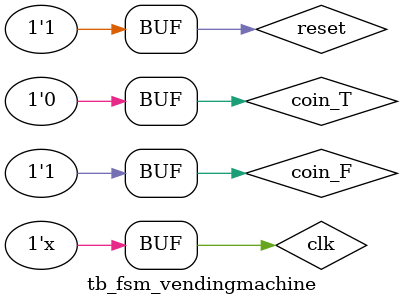
<source format=v>
module tb_fsm_vendingmachine();
reg reset;
wire open;
reg clk=0;
reg coin_T,coin_F;
fsm_vendingmachine dut (open,clk,reset, coin_T,coin_F);

always #5 clk = ~clk;

 

initial
begin

reset=1'b1; #10;
reset=1'b0; coin_T=1'b0;coin_F=1'b1;#10;
reset=1'b0; coin_T=1'b1;coin_F=1'b0;#10;
reset=1'b0; coin_T=1'b1;coin_F=1'b1;#10;
reset=1'b0; coin_T=1'b0;coin_F=1'b0;#10;
reset=1'b1; #10;
reset=1'b0; coin_T=1'b0;coin_F=1'b1;#10;
reset=1'b0; coin_T=1'b0;coin_F=1'b1;#10;
reset=1'b1; #10;
end
endmodule

</source>
